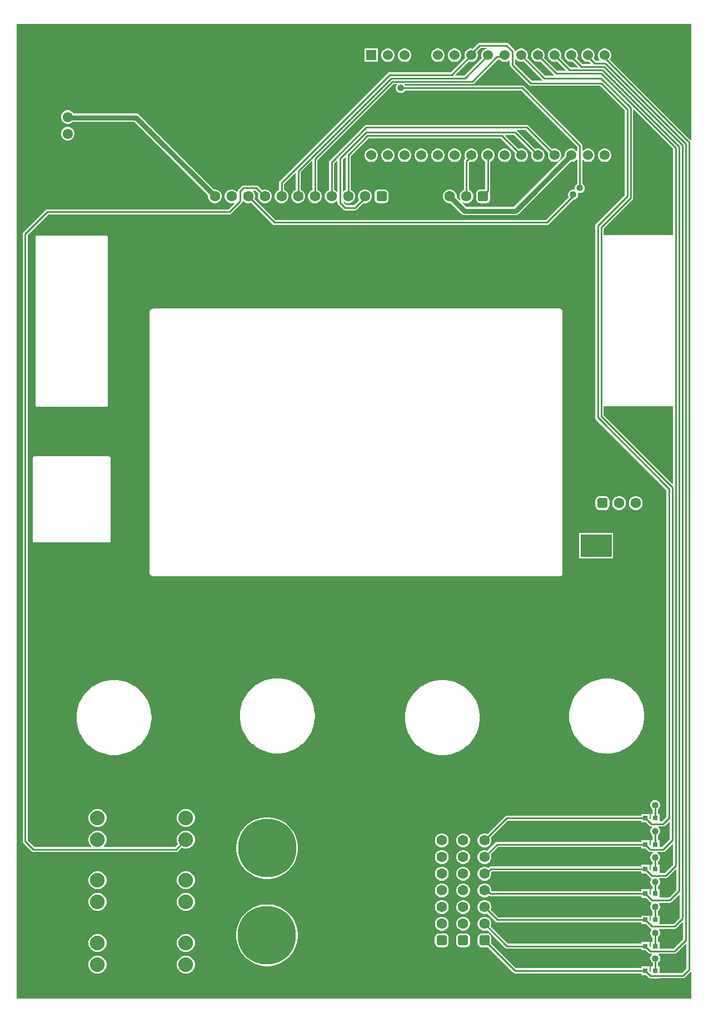
<source format=gbr>
G04*
G04 #@! TF.GenerationSoftware,Altium Limited,Altium Designer,24.1.2 (44)*
G04*
G04 Layer_Physical_Order=1*
G04 Layer_Color=255*
%FSLAX25Y25*%
%MOIN*%
G70*
G04*
G04 #@! TF.SameCoordinates,A85318EA-E4D8-42E9-B0A6-CF3BD3DAF5E5*
G04*
G04*
G04 #@! TF.FilePolarity,Positive*
G04*
G01*
G75*
%ADD12C,0.01000*%
%ADD17R,0.18504X0.13504*%
%ADD18R,0.03150X0.03150*%
%ADD24C,0.08800*%
%ADD27R,0.06102X0.06102*%
%ADD28C,0.06102*%
%ADD31C,0.03000*%
%ADD32C,0.06299*%
G04:AMPARAMS|DCode=33|XSize=62.99mil|YSize=62.99mil|CornerRadius=15.75mil|HoleSize=0mil|Usage=FLASHONLY|Rotation=0.000|XOffset=0mil|YOffset=0mil|HoleType=Round|Shape=RoundedRectangle|*
%AMROUNDEDRECTD33*
21,1,0.06299,0.03150,0,0,0.0*
21,1,0.03150,0.06299,0,0,0.0*
1,1,0.03150,0.01575,-0.01575*
1,1,0.03150,-0.01575,-0.01575*
1,1,0.03150,-0.01575,0.01575*
1,1,0.03150,0.01575,0.01575*
%
%ADD33ROUNDEDRECTD33*%
%ADD34C,0.06000*%
%ADD35R,0.06000X0.06000*%
%ADD36C,0.35000*%
G04:AMPARAMS|DCode=37|XSize=62.99mil|YSize=62.99mil|CornerRadius=15.75mil|HoleSize=0mil|Usage=FLASHONLY|Rotation=90.000|XOffset=0mil|YOffset=0mil|HoleType=Round|Shape=RoundedRectangle|*
%AMROUNDEDRECTD37*
21,1,0.06299,0.03150,0,0,90.0*
21,1,0.03150,0.06299,0,0,90.0*
1,1,0.03150,0.01575,0.01575*
1,1,0.03150,0.01575,-0.01575*
1,1,0.03150,-0.01575,-0.01575*
1,1,0.03150,-0.01575,0.01575*
%
%ADD37ROUNDEDRECTD37*%
%ADD38C,0.05000*%
%ADD39C,0.04000*%
G36*
X982465Y903482D02*
X981763Y903294D01*
X980851Y902768D01*
X980106Y902023D01*
X979580Y901111D01*
X979307Y900093D01*
Y899040D01*
X979580Y898023D01*
X979587Y898010D01*
X968965Y887388D01*
X963944D01*
X963753Y887850D01*
X971750Y895847D01*
X971763Y895840D01*
X972781Y895567D01*
X973834D01*
X974851Y895840D01*
X975763Y896366D01*
X976508Y897111D01*
X977034Y898023D01*
X977307Y899040D01*
Y900093D01*
X977034Y901111D01*
X976696Y901698D01*
X978980Y903982D01*
X982399D01*
X982465Y903482D01*
D02*
G37*
G36*
X1000106Y897111D02*
X1000851Y896366D01*
X1001763Y895840D01*
X1002781Y895567D01*
X1003834D01*
X1004851Y895840D01*
X1004864Y895847D01*
X1015865Y884847D01*
X1015751Y884448D01*
X1015677Y884347D01*
X1009549D01*
X999561Y894334D01*
Y897056D01*
X1000061Y897190D01*
X1000106Y897111D01*
D02*
G37*
G36*
X1105315Y848829D02*
X1104815Y848622D01*
X1056417Y897020D01*
X1056508Y897111D01*
X1057034Y898023D01*
X1057307Y899040D01*
Y900093D01*
X1057034Y901111D01*
X1056508Y902023D01*
X1055763Y902768D01*
X1054851Y903294D01*
X1053834Y903567D01*
X1052781D01*
X1051763Y903294D01*
X1050851Y902768D01*
X1050106Y902023D01*
X1049580Y901111D01*
X1049307Y900093D01*
Y899040D01*
X1049580Y898023D01*
X1050106Y897111D01*
X1050503Y896714D01*
X1050296Y896214D01*
X1047878D01*
X1046681Y897411D01*
X1047034Y898023D01*
X1047307Y899040D01*
Y900093D01*
X1047034Y901111D01*
X1046508Y902023D01*
X1045763Y902768D01*
X1044851Y903294D01*
X1043834Y903567D01*
X1042780D01*
X1041763Y903294D01*
X1040851Y902768D01*
X1040106Y902023D01*
X1039580Y901111D01*
X1039307Y900093D01*
Y899040D01*
X1039580Y898023D01*
X1040106Y897111D01*
X1040851Y896366D01*
X1041763Y895840D01*
X1042780Y895567D01*
X1043834D01*
X1044122Y895644D01*
X1045090Y894676D01*
X1044899Y894214D01*
X1040035D01*
X1036739Y897511D01*
X1037035Y898023D01*
X1037307Y899040D01*
Y900093D01*
X1037035Y901111D01*
X1036508Y902023D01*
X1035763Y902768D01*
X1034851Y903294D01*
X1033834Y903567D01*
X1032780D01*
X1031763Y903294D01*
X1030851Y902768D01*
X1030106Y902023D01*
X1029580Y901111D01*
X1029307Y900093D01*
Y899040D01*
X1029580Y898023D01*
X1030106Y897111D01*
X1030851Y896366D01*
X1031763Y895840D01*
X1032780Y895567D01*
X1033834D01*
X1034246Y895677D01*
X1037247Y892676D01*
X1037056Y892214D01*
X1032823D01*
X1027027Y898010D01*
X1027034Y898023D01*
X1027307Y899040D01*
Y900093D01*
X1027034Y901111D01*
X1026508Y902023D01*
X1025763Y902768D01*
X1024851Y903294D01*
X1023834Y903567D01*
X1022781D01*
X1021763Y903294D01*
X1020851Y902768D01*
X1020106Y902023D01*
X1019580Y901111D01*
X1019307Y900093D01*
Y899040D01*
X1019580Y898023D01*
X1020106Y897111D01*
X1020851Y896366D01*
X1021763Y895840D01*
X1022781Y895567D01*
X1023834D01*
X1024851Y895840D01*
X1024864Y895847D01*
X1030035Y890676D01*
X1029843Y890214D01*
X1024823D01*
X1017027Y898010D01*
X1017035Y898023D01*
X1017307Y899040D01*
Y900093D01*
X1017035Y901111D01*
X1016508Y902023D01*
X1015763Y902768D01*
X1014851Y903294D01*
X1013834Y903567D01*
X1012780D01*
X1011763Y903294D01*
X1010851Y902768D01*
X1010106Y902023D01*
X1009580Y901111D01*
X1009307Y900093D01*
Y899040D01*
X1009580Y898023D01*
X1010106Y897111D01*
X1010851Y896366D01*
X1011763Y895840D01*
X1012780Y895567D01*
X1013834D01*
X1014851Y895840D01*
X1014864Y895847D01*
X1022855Y887856D01*
X1022648Y887356D01*
X1017681D01*
X1007027Y898010D01*
X1007034Y898023D01*
X1007307Y899040D01*
Y900093D01*
X1007034Y901111D01*
X1006508Y902023D01*
X1005763Y902768D01*
X1004851Y903294D01*
X1003834Y903567D01*
X1002781D01*
X1001763Y903294D01*
X1000851Y902768D01*
X1000106Y902023D01*
X1000061Y901944D01*
X999753Y901962D01*
X999545Y902051D01*
X999444Y902559D01*
X999113Y903055D01*
X995574Y906593D01*
X995078Y906925D01*
X994493Y907041D01*
X978347D01*
X977761Y906925D01*
X977265Y906593D01*
X974153Y903481D01*
X973834Y903567D01*
X972781D01*
X971763Y903294D01*
X970851Y902768D01*
X970106Y902023D01*
X969580Y901111D01*
X969307Y900093D01*
Y899040D01*
X969580Y898023D01*
X969587Y898010D01*
X960965Y889388D01*
X924400D01*
X923815Y889271D01*
X923318Y888940D01*
X858486Y824107D01*
X858154Y823610D01*
X858037Y823025D01*
Y818847D01*
X857965Y818827D01*
X857019Y818281D01*
X856246Y817509D01*
X855700Y816562D01*
X855417Y815507D01*
Y814414D01*
X855700Y813359D01*
X856246Y812413D01*
X857019Y811640D01*
X857965Y811094D01*
X859021Y810811D01*
X860113D01*
X861169Y811094D01*
X862115Y811640D01*
X862887Y812413D01*
X863434Y813359D01*
X863717Y814414D01*
Y815507D01*
X863434Y816562D01*
X862887Y817509D01*
X862115Y818281D01*
X861169Y818827D01*
X861096Y818847D01*
Y822392D01*
X867576Y828871D01*
X868038Y828680D01*
Y818847D01*
X867965Y818827D01*
X867019Y818281D01*
X866246Y817509D01*
X865700Y816562D01*
X865417Y815507D01*
Y814414D01*
X865700Y813359D01*
X866246Y812413D01*
X867019Y811640D01*
X867965Y811094D01*
X869021Y810811D01*
X870113D01*
X871169Y811094D01*
X872115Y811640D01*
X872887Y812413D01*
X873434Y813359D01*
X873717Y814414D01*
Y815507D01*
X873434Y816562D01*
X872887Y817509D01*
X872115Y818281D01*
X871169Y818827D01*
X871096Y818847D01*
Y829563D01*
X877576Y836043D01*
X878037Y835851D01*
Y818847D01*
X877965Y818827D01*
X877019Y818281D01*
X876246Y817509D01*
X875700Y816562D01*
X875417Y815507D01*
Y814414D01*
X875700Y813359D01*
X876246Y812413D01*
X877019Y811640D01*
X877965Y811094D01*
X879021Y810811D01*
X880113D01*
X881169Y811094D01*
X882115Y811640D01*
X882887Y812413D01*
X883434Y813359D01*
X883716Y814414D01*
Y815507D01*
X883434Y816562D01*
X882887Y817509D01*
X882115Y818281D01*
X881169Y818827D01*
X881096Y818847D01*
Y836735D01*
X926690Y882329D01*
X928560D01*
X928767Y881829D01*
X928702Y881763D01*
X928307Y881079D01*
X928102Y880316D01*
Y879526D01*
X928307Y878763D01*
X928702Y878079D01*
X929260Y877521D01*
X929944Y877126D01*
X930707Y876921D01*
X931497D01*
X932260Y877126D01*
X932944Y877521D01*
X933503Y878079D01*
X933683Y878392D01*
X1003304D01*
X1036856Y844839D01*
Y842382D01*
X1036356Y842175D01*
X1035763Y842768D01*
X1034851Y843294D01*
X1033834Y843567D01*
X1032780D01*
X1031763Y843294D01*
X1030851Y842768D01*
X1030106Y842023D01*
X1029580Y841111D01*
X1029307Y840094D01*
Y839172D01*
X998787Y808651D01*
X970347D01*
X968005Y810994D01*
X968312Y811394D01*
X968831Y811094D01*
X969887Y810811D01*
X970979D01*
X972035Y811094D01*
X972981Y811640D01*
X973754Y812413D01*
X974300Y813359D01*
X974583Y814414D01*
Y815507D01*
X974300Y816562D01*
X973754Y817509D01*
X972981Y818281D01*
X972035Y818827D01*
X971963Y818847D01*
Y835339D01*
X972365Y835678D01*
X972781Y835567D01*
X973834D01*
X974851Y835839D01*
X975763Y836366D01*
X976508Y837111D01*
X977034Y838023D01*
X977307Y839040D01*
Y840094D01*
X977034Y841111D01*
X976508Y842023D01*
X975763Y842768D01*
X974851Y843294D01*
X973834Y843567D01*
X972781D01*
X971763Y843294D01*
X970851Y842768D01*
X970106Y842023D01*
X969580Y841111D01*
X969307Y840094D01*
Y839040D01*
X969580Y838023D01*
X969813Y837619D01*
X969352Y837158D01*
X969020Y836662D01*
X968904Y836077D01*
Y818847D01*
X968831Y818827D01*
X967885Y818281D01*
X967113Y817509D01*
X966566Y816562D01*
X966284Y815507D01*
Y814414D01*
X966566Y813359D01*
X966866Y812839D01*
X966466Y812532D01*
X964583Y814416D01*
Y815507D01*
X964300Y816562D01*
X963754Y817509D01*
X962981Y818281D01*
X962035Y818827D01*
X960979Y819110D01*
X959887D01*
X958831Y818827D01*
X957885Y818281D01*
X957113Y817509D01*
X956566Y816562D01*
X956283Y815507D01*
Y814414D01*
X956566Y813359D01*
X957113Y812413D01*
X957885Y811640D01*
X958831Y811094D01*
X959887Y810811D01*
X960978D01*
X967489Y804300D01*
X968316Y803747D01*
X969291Y803553D01*
X999842D01*
X1000818Y803747D01*
X1001645Y804300D01*
X1032912Y835567D01*
X1033834D01*
X1034851Y835839D01*
X1035763Y836366D01*
X1036356Y836959D01*
X1036856Y836752D01*
Y822463D01*
X1036544Y822283D01*
X1035985Y821724D01*
X1035590Y821040D01*
X1035386Y820277D01*
Y819487D01*
X1035455Y819229D01*
X1035101Y818876D01*
X1034844Y818945D01*
X1034054D01*
X1033291Y818740D01*
X1032607Y818346D01*
X1032048Y817787D01*
X1031653Y817103D01*
X1031449Y816340D01*
Y815550D01*
X1031653Y814787D01*
X1031821Y814496D01*
X1018067Y800742D01*
X855949D01*
X843396Y813294D01*
X843434Y813359D01*
X843717Y814414D01*
Y815507D01*
X843434Y816562D01*
X842887Y817509D01*
X842544Y817852D01*
X842751Y818353D01*
X843855D01*
X845689Y816519D01*
X845417Y815507D01*
Y814414D01*
X845700Y813359D01*
X846246Y812413D01*
X847019Y811640D01*
X847965Y811094D01*
X849021Y810811D01*
X850113D01*
X851169Y811094D01*
X852115Y811640D01*
X852887Y812413D01*
X853434Y813359D01*
X853716Y814414D01*
Y815507D01*
X853434Y816562D01*
X852887Y817509D01*
X852115Y818281D01*
X851169Y818827D01*
X850113Y819110D01*
X849021D01*
X847965Y818827D01*
X847801Y818732D01*
X845570Y820963D01*
X845074Y821295D01*
X844488Y821411D01*
X836614D01*
X836029Y821295D01*
X835533Y820963D01*
X833564Y818995D01*
X833233Y818499D01*
X833129Y817975D01*
X832952Y817870D01*
X832616Y817780D01*
X832115Y818281D01*
X831169Y818827D01*
X830113Y819110D01*
X829021D01*
X827965Y818827D01*
X827019Y818281D01*
X826246Y817509D01*
X825700Y816562D01*
X825417Y815507D01*
Y814414D01*
X825700Y813359D01*
X826246Y812413D01*
X827019Y811640D01*
X827965Y811094D01*
X829021Y810811D01*
X830113D01*
X830749Y810981D01*
X831008Y810533D01*
X827603Y807128D01*
X718985D01*
X718399Y807012D01*
X717903Y806680D01*
X704627Y793404D01*
X704296Y792908D01*
X704179Y792323D01*
Y428150D01*
X704296Y427564D01*
X704627Y427068D01*
X709599Y422097D01*
X710095Y421765D01*
X710680Y421649D01*
X796265D01*
X796851Y421765D01*
X797347Y422097D01*
X799583Y424333D01*
X800081Y424046D01*
X801454Y423678D01*
X802876D01*
X804250Y424046D01*
X805481Y424757D01*
X806486Y425762D01*
X807197Y426994D01*
X807565Y428367D01*
Y429789D01*
X807197Y431162D01*
X806486Y432394D01*
X805481Y433399D01*
X804250Y434110D01*
X802876Y434478D01*
X801454D01*
X800081Y434110D01*
X798850Y433399D01*
X797844Y432394D01*
X797133Y431162D01*
X796765Y429789D01*
Y428367D01*
X797133Y426994D01*
X797421Y426496D01*
X795632Y424708D01*
X753139D01*
X752931Y425208D01*
X753486Y425762D01*
X754197Y426994D01*
X754565Y428367D01*
Y429789D01*
X754197Y431162D01*
X753486Y432394D01*
X752481Y433399D01*
X751250Y434110D01*
X749876Y434478D01*
X748454D01*
X747081Y434110D01*
X745850Y433399D01*
X744844Y432394D01*
X744133Y431162D01*
X743765Y429789D01*
Y428367D01*
X744133Y426994D01*
X744844Y425762D01*
X745399Y425208D01*
X745192Y424708D01*
X711314D01*
X707238Y428783D01*
Y791689D01*
X719618Y804069D01*
X828236D01*
X828822Y804186D01*
X829318Y804517D01*
X835727Y810926D01*
X836059Y811423D01*
X836137Y811815D01*
X836592Y811994D01*
X836668Y811991D01*
X837019Y811640D01*
X837965Y811094D01*
X839021Y810811D01*
X840113D01*
X841169Y811094D01*
X841233Y811131D01*
X854233Y798131D01*
X854730Y797800D01*
X855315Y797683D01*
X1018701D01*
X1019286Y797800D01*
X1019782Y798131D01*
X1034596Y812945D01*
X1034844D01*
X1035607Y813149D01*
X1036291Y813544D01*
X1036849Y814103D01*
X1037244Y814787D01*
X1037449Y815550D01*
Y816340D01*
X1037380Y816597D01*
X1037733Y816951D01*
X1037991Y816882D01*
X1038781D01*
X1039544Y817086D01*
X1040228Y817481D01*
X1040786Y818040D01*
X1041181Y818724D01*
X1041386Y819487D01*
Y820277D01*
X1041181Y821040D01*
X1040786Y821724D01*
X1040228Y822283D01*
X1039915Y822463D01*
Y836595D01*
X1040415Y836802D01*
X1040851Y836366D01*
X1041763Y835839D01*
X1042780Y835567D01*
X1043834D01*
X1044851Y835839D01*
X1045763Y836366D01*
X1046508Y837111D01*
X1047034Y838023D01*
X1047307Y839040D01*
Y840094D01*
X1047034Y841111D01*
X1046508Y842023D01*
X1045763Y842768D01*
X1044851Y843294D01*
X1043834Y843567D01*
X1042780D01*
X1041763Y843294D01*
X1040851Y842768D01*
X1040415Y842332D01*
X1039915Y842539D01*
Y845472D01*
X1039799Y846058D01*
X1039467Y846554D01*
X1005018Y881003D01*
X1004522Y881334D01*
X1003937Y881451D01*
X933712D01*
X933447Y881853D01*
X933644Y882329D01*
X973962D01*
X974548Y882445D01*
X975044Y882777D01*
X989441Y897174D01*
X990070D01*
X990106Y897111D01*
X990851Y896366D01*
X991763Y895840D01*
X992780Y895567D01*
X993834D01*
X994851Y895840D01*
X995763Y896366D01*
X996040Y896643D01*
X996502Y896452D01*
Y893701D01*
X996618Y893116D01*
X996950Y892619D01*
X1007834Y881736D01*
X1008330Y881404D01*
X1008915Y881288D01*
X1050603D01*
X1065368Y866522D01*
Y815563D01*
X1048131Y798325D01*
X1047800Y797829D01*
X1047683Y797244D01*
Y682211D01*
X1047800Y681626D01*
X1048131Y681130D01*
X1090459Y638802D01*
Y442563D01*
X1087832Y439936D01*
X1086236D01*
Y444504D01*
X1085191D01*
Y447222D01*
X1085503Y447403D01*
X1086062Y447961D01*
X1086457Y448645D01*
X1086661Y449408D01*
Y450198D01*
X1086457Y450961D01*
X1086062Y451645D01*
X1085503Y452204D01*
X1084819Y452599D01*
X1084056Y452803D01*
X1083267D01*
X1082504Y452599D01*
X1081819Y452204D01*
X1081261Y451645D01*
X1080866Y450961D01*
X1080661Y450198D01*
Y449408D01*
X1080866Y448645D01*
X1081261Y447961D01*
X1081819Y447403D01*
X1082132Y447222D01*
Y444504D01*
X1081087D01*
Y441569D01*
X1080610Y441359D01*
X1080331Y441583D01*
Y444504D01*
X1075181D01*
Y443459D01*
X1009370D01*
X1009370Y443459D01*
X994606D01*
X994021Y443342D01*
X993525Y443011D01*
X982966Y432451D01*
X982901Y432489D01*
X981845Y432772D01*
X980753D01*
X979698Y432489D01*
X978751Y431943D01*
X977979Y431170D01*
X977432Y430224D01*
X977150Y429168D01*
Y428076D01*
X977432Y427020D01*
X977979Y426074D01*
X978751Y425302D01*
X979698Y424755D01*
X980753Y424472D01*
X981845D01*
X982901Y424755D01*
X983847Y425302D01*
X984620Y426074D01*
X985166Y427020D01*
X985449Y428076D01*
Y429168D01*
X985166Y430224D01*
X985129Y430289D01*
X995240Y440400D01*
X1009370D01*
X1009370Y440400D01*
X1075181D01*
Y439354D01*
X1078168D01*
X1080197Y437325D01*
X1080693Y436993D01*
X1081279Y436877D01*
X1081560D01*
X1081668Y436701D01*
X1081741Y436377D01*
X1081261Y435897D01*
X1080866Y435213D01*
X1080661Y434450D01*
Y433660D01*
X1080866Y432897D01*
X1081261Y432213D01*
X1081819Y431655D01*
X1082132Y431474D01*
Y428756D01*
X1081087D01*
Y425821D01*
X1080610Y425611D01*
X1080331Y425835D01*
Y428756D01*
X1075181D01*
Y427710D01*
X988858D01*
X988273Y427594D01*
X987777Y427263D01*
X982966Y422451D01*
X982901Y422489D01*
X981845Y422772D01*
X980753D01*
X979698Y422489D01*
X978751Y421943D01*
X977979Y421170D01*
X977432Y420224D01*
X977150Y419168D01*
Y418076D01*
X977432Y417020D01*
X977979Y416074D01*
X978751Y415302D01*
X979698Y414755D01*
X980753Y414472D01*
X981845D01*
X982901Y414755D01*
X983847Y415302D01*
X984620Y416074D01*
X985166Y417020D01*
X985449Y418076D01*
Y419168D01*
X985166Y420224D01*
X985129Y420289D01*
X989492Y424652D01*
X1075181D01*
Y423606D01*
X1078168D01*
X1079749Y422025D01*
X1080245Y421693D01*
X1080831Y421577D01*
X1082195D01*
X1082233Y421513D01*
X1082061Y420847D01*
X1081819Y420708D01*
X1081261Y420149D01*
X1080866Y419465D01*
X1080661Y418702D01*
Y417912D01*
X1080866Y417149D01*
X1081261Y416465D01*
X1081819Y415906D01*
X1082132Y415726D01*
Y413992D01*
X1081087D01*
Y411057D01*
X1080610Y410847D01*
X1080331Y411071D01*
Y413992D01*
X1075181D01*
Y412947D01*
X985079D01*
X984494Y412830D01*
X983998Y412499D01*
X983590Y412091D01*
X982901Y412489D01*
X981845Y412772D01*
X980753D01*
X979698Y412489D01*
X978751Y411943D01*
X977979Y411170D01*
X977432Y410224D01*
X977150Y409168D01*
Y408076D01*
X977432Y407020D01*
X977979Y406074D01*
X978751Y405302D01*
X979698Y404755D01*
X980753Y404472D01*
X981845D01*
X982901Y404755D01*
X983847Y405302D01*
X984620Y406074D01*
X985166Y407020D01*
X985449Y408076D01*
Y409168D01*
X985353Y409527D01*
X985713Y409888D01*
X1075181D01*
Y408843D01*
X1078168D01*
X1080612Y406399D01*
X1081108Y406067D01*
X1081214Y406046D01*
X1081379Y405504D01*
X1081261Y405385D01*
X1080866Y404701D01*
X1080661Y403938D01*
Y403148D01*
X1080866Y402385D01*
X1081261Y401701D01*
X1081819Y401143D01*
X1082132Y400962D01*
Y399228D01*
X1081087D01*
Y396293D01*
X1080610Y396083D01*
X1080331Y396307D01*
Y399228D01*
X1075181D01*
Y398183D01*
X985449D01*
Y399168D01*
X985166Y400224D01*
X984620Y401170D01*
X983847Y401942D01*
X982901Y402489D01*
X981845Y402772D01*
X980753D01*
X979698Y402489D01*
X978751Y401942D01*
X977979Y401170D01*
X977432Y400224D01*
X977150Y399168D01*
Y398076D01*
X977432Y397020D01*
X977979Y396074D01*
X978751Y395302D01*
X979698Y394755D01*
X980753Y394472D01*
X981845D01*
X982901Y394755D01*
X983847Y395302D01*
X983852Y395306D01*
X983949Y395241D01*
X984535Y395124D01*
X1075181D01*
Y394079D01*
X1078168D01*
X1080612Y391635D01*
X1081108Y391304D01*
X1081215Y391282D01*
X1081379Y390740D01*
X1081261Y390622D01*
X1080866Y389937D01*
X1080661Y389175D01*
Y388385D01*
X1080866Y387622D01*
X1081261Y386937D01*
X1081819Y386379D01*
X1082132Y386198D01*
Y383480D01*
X1081087D01*
Y380545D01*
X1080610Y380335D01*
X1080331Y380559D01*
Y383480D01*
X1075181D01*
Y382435D01*
X989649D01*
X985129Y386955D01*
X985166Y387020D01*
X985449Y388076D01*
Y389168D01*
X985166Y390224D01*
X984620Y391170D01*
X983847Y391943D01*
X982901Y392489D01*
X981845Y392772D01*
X980753D01*
X979698Y392489D01*
X978751Y391943D01*
X977979Y391170D01*
X977432Y390224D01*
X977150Y389168D01*
Y388076D01*
X977432Y387020D01*
X977979Y386074D01*
X978751Y385301D01*
X979698Y384755D01*
X980753Y384472D01*
X981845D01*
X982901Y384755D01*
X982966Y384793D01*
X987934Y379824D01*
X988430Y379492D01*
X989016Y379376D01*
X1075181D01*
Y378331D01*
X1078168D01*
X1080612Y375887D01*
X1081108Y375555D01*
X1081214Y375534D01*
X1081379Y374992D01*
X1081261Y374873D01*
X1080866Y374189D01*
X1080661Y373427D01*
Y372637D01*
X1080866Y371873D01*
X1081261Y371189D01*
X1081819Y370631D01*
X1082132Y370450D01*
Y367732D01*
X1081087D01*
Y364797D01*
X1080610Y364587D01*
X1080331Y364811D01*
Y367732D01*
X1075181D01*
Y366687D01*
X995397D01*
X985129Y376956D01*
X985166Y377020D01*
X985449Y378076D01*
Y379168D01*
X985166Y380224D01*
X984620Y381170D01*
X983847Y381943D01*
X982901Y382489D01*
X981845Y382772D01*
X980753D01*
X979698Y382489D01*
X978751Y381943D01*
X977979Y381170D01*
X977432Y380224D01*
X977150Y379168D01*
Y378076D01*
X977432Y377020D01*
X977979Y376074D01*
X978751Y375302D01*
X979698Y374755D01*
X980753Y374472D01*
X981845D01*
X982901Y374755D01*
X982966Y374793D01*
X993682Y364076D01*
X994178Y363744D01*
X994764Y363628D01*
X1075181D01*
Y362583D01*
X1078168D01*
X1079749Y361001D01*
X1080245Y360670D01*
X1080831Y360553D01*
X1081541D01*
X1081748Y360053D01*
X1081343Y359648D01*
X1080948Y358964D01*
X1080744Y358201D01*
Y357411D01*
X1080948Y356648D01*
X1081343Y355964D01*
X1081902Y355405D01*
X1082214Y355225D01*
Y352969D01*
X1081087D01*
Y350034D01*
X1080610Y349823D01*
X1080331Y350047D01*
Y352969D01*
X1075181D01*
Y351923D01*
X1000161D01*
X985421Y366664D01*
X985471Y367047D01*
Y370197D01*
X985382Y370869D01*
X985123Y371495D01*
X984710Y372033D01*
X984173Y372446D01*
X983546Y372705D01*
X982874Y372794D01*
X979724D01*
X979052Y372705D01*
X978426Y372446D01*
X977888Y372033D01*
X977475Y371495D01*
X977216Y370869D01*
X977127Y370197D01*
Y367047D01*
X977216Y366375D01*
X977475Y365749D01*
X977888Y365211D01*
X978426Y364798D01*
X979052Y364539D01*
X979724Y364450D01*
X982874D01*
X983258Y364501D01*
X998446Y349312D01*
X998942Y348981D01*
X999527Y348864D01*
X1075181D01*
Y347819D01*
X1078168D01*
X1079627Y346359D01*
X1080123Y346028D01*
X1080709Y345912D01*
X1080872D01*
X1080880Y345906D01*
X1081465Y345790D01*
X1085858D01*
X1086443Y345906D01*
X1086451Y345912D01*
X1100394D01*
X1100979Y346028D01*
X1101475Y346359D01*
X1104815Y349699D01*
X1105315Y349492D01*
Y333661D01*
X700787D01*
Y918307D01*
X1105315D01*
Y848829D01*
D02*
G37*
G36*
X1094459Y843339D02*
Y791768D01*
X1053150D01*
X1052742Y792196D01*
Y795658D01*
X1069979Y812895D01*
X1070311Y813391D01*
X1070427Y813976D01*
Y866717D01*
X1070889Y866909D01*
X1094459Y843339D01*
D02*
G37*
G36*
Y642609D02*
X1093997Y642418D01*
X1052742Y683673D01*
Y688512D01*
X1053150Y688941D01*
X1094459D01*
Y642609D01*
D02*
G37*
G36*
X1092459Y439584D02*
Y429267D01*
X1087827Y424636D01*
X1086236D01*
Y428756D01*
X1085191D01*
Y431474D01*
X1085503Y431655D01*
X1086062Y432213D01*
X1086457Y432897D01*
X1086661Y433660D01*
Y434450D01*
X1086457Y435213D01*
X1086062Y435897D01*
X1085582Y436377D01*
X1085655Y436701D01*
X1085763Y436877D01*
X1088465D01*
X1089051Y436993D01*
X1089547Y437325D01*
X1091997Y439775D01*
X1092459Y439584D01*
D02*
G37*
G36*
X1094459Y426288D02*
Y414051D01*
X1089418Y409010D01*
X1086236D01*
Y413992D01*
X1085191D01*
Y415726D01*
X1085503Y415906D01*
X1086062Y416465D01*
X1086457Y417149D01*
X1086661Y417912D01*
Y418702D01*
X1086457Y419465D01*
X1086062Y420149D01*
X1085503Y420708D01*
X1085262Y420847D01*
X1085090Y421513D01*
X1085128Y421577D01*
X1088461D01*
X1089046Y421693D01*
X1089542Y422025D01*
X1093997Y426480D01*
X1094459Y426288D01*
D02*
G37*
G36*
X1096459Y411072D02*
Y398850D01*
X1091855Y394246D01*
X1086236D01*
Y399228D01*
X1085191D01*
Y400962D01*
X1085503Y401143D01*
X1086062Y401701D01*
X1086457Y402385D01*
X1086661Y403148D01*
Y403938D01*
X1086457Y404701D01*
X1086062Y405385D01*
X1085997Y405451D01*
X1086204Y405951D01*
X1090051D01*
X1090636Y406067D01*
X1091133Y406399D01*
X1095997Y411263D01*
X1096459Y411072D01*
D02*
G37*
G36*
X1098459Y395871D02*
Y382181D01*
X1094776Y378498D01*
X1086236D01*
Y383480D01*
X1085191D01*
Y386198D01*
X1085503Y386379D01*
X1086062Y386937D01*
X1086457Y387622D01*
X1086661Y388385D01*
Y389175D01*
X1086457Y389937D01*
X1086062Y390622D01*
X1085997Y390687D01*
X1086204Y391187D01*
X1092488D01*
X1093073Y391304D01*
X1093570Y391635D01*
X1097997Y396062D01*
X1098459Y395871D01*
D02*
G37*
G36*
X1100459Y379202D02*
Y369354D01*
X1094717Y363612D01*
X1086236D01*
Y367732D01*
X1085191D01*
Y370450D01*
X1085503Y370631D01*
X1086062Y371189D01*
X1086457Y371873D01*
X1086661Y372637D01*
Y373427D01*
X1086457Y374189D01*
X1086062Y374873D01*
X1085997Y374939D01*
X1086204Y375439D01*
X1095409D01*
X1095995Y375555D01*
X1096491Y375887D01*
X1099997Y379393D01*
X1100459Y379202D01*
D02*
G37*
G36*
X1102459Y366375D02*
Y351669D01*
X1099760Y348970D01*
X1086236D01*
Y352969D01*
X1085273D01*
Y355225D01*
X1085586Y355405D01*
X1086144Y355964D01*
X1086539Y356648D01*
X1086744Y357411D01*
Y358201D01*
X1086539Y358964D01*
X1086144Y359648D01*
X1085739Y360053D01*
X1085946Y360553D01*
X1095350D01*
X1095936Y360670D01*
X1096432Y361001D01*
X1101997Y366566D01*
X1102459Y366375D01*
D02*
G37*
%LPC*%
G36*
X963834Y903567D02*
X962780D01*
X961763Y903294D01*
X960851Y902768D01*
X960106Y902023D01*
X959580Y901111D01*
X959307Y900093D01*
Y899040D01*
X959580Y898023D01*
X960106Y897111D01*
X960851Y896366D01*
X961763Y895840D01*
X962780Y895567D01*
X963834D01*
X964851Y895840D01*
X965763Y896366D01*
X966508Y897111D01*
X967035Y898023D01*
X967307Y899040D01*
Y900093D01*
X967035Y901111D01*
X966508Y902023D01*
X965763Y902768D01*
X964851Y903294D01*
X963834Y903567D01*
D02*
G37*
G36*
X953834D02*
X952781D01*
X951763Y903294D01*
X950851Y902768D01*
X950106Y902023D01*
X949580Y901111D01*
X949307Y900093D01*
Y899040D01*
X949580Y898023D01*
X950106Y897111D01*
X950851Y896366D01*
X951763Y895840D01*
X952781Y895567D01*
X953834D01*
X954851Y895840D01*
X955763Y896366D01*
X956508Y897111D01*
X957034Y898023D01*
X957307Y899040D01*
Y900093D01*
X957034Y901111D01*
X956508Y902023D01*
X955763Y902768D01*
X954851Y903294D01*
X953834Y903567D01*
D02*
G37*
G36*
X933834D02*
X932780D01*
X931763Y903294D01*
X930851Y902768D01*
X930106Y902023D01*
X929580Y901111D01*
X929307Y900093D01*
Y899040D01*
X929580Y898023D01*
X930106Y897111D01*
X930851Y896366D01*
X931763Y895840D01*
X932780Y895567D01*
X933834D01*
X934851Y895840D01*
X935763Y896366D01*
X936508Y897111D01*
X937035Y898023D01*
X937307Y899040D01*
Y900093D01*
X937035Y901111D01*
X936508Y902023D01*
X935763Y902768D01*
X934851Y903294D01*
X933834Y903567D01*
D02*
G37*
G36*
X923834D02*
X922781D01*
X921763Y903294D01*
X920851Y902768D01*
X920106Y902023D01*
X919580Y901111D01*
X919307Y900093D01*
Y899040D01*
X919580Y898023D01*
X920106Y897111D01*
X920851Y896366D01*
X921763Y895840D01*
X922781Y895567D01*
X923834D01*
X924851Y895840D01*
X925763Y896366D01*
X926508Y897111D01*
X927034Y898023D01*
X927307Y899040D01*
Y900093D01*
X927034Y901111D01*
X926508Y902023D01*
X925763Y902768D01*
X924851Y903294D01*
X923834Y903567D01*
D02*
G37*
G36*
X917307D02*
X909307D01*
Y895567D01*
X917307D01*
Y903567D01*
D02*
G37*
G36*
X731833Y856571D02*
X730766D01*
X729736Y856295D01*
X728812Y855761D01*
X728057Y855007D01*
X727524Y854083D01*
X727248Y853053D01*
Y851986D01*
X727524Y850956D01*
X728057Y850032D01*
X728812Y849278D01*
X729736Y848745D01*
X730766Y848468D01*
X731833D01*
X732863Y848745D01*
X733787Y849278D01*
X734541Y850032D01*
X735074Y850956D01*
X735350Y851986D01*
Y853053D01*
X735074Y854083D01*
X734541Y855007D01*
X733787Y855761D01*
X732863Y856295D01*
X731833Y856571D01*
D02*
G37*
G36*
X1053834Y843567D02*
X1052781D01*
X1051763Y843294D01*
X1050851Y842768D01*
X1050106Y842023D01*
X1049580Y841111D01*
X1049307Y840094D01*
Y839040D01*
X1049580Y838023D01*
X1050106Y837111D01*
X1050851Y836366D01*
X1051763Y835839D01*
X1052781Y835567D01*
X1053834D01*
X1054851Y835839D01*
X1055763Y836366D01*
X1056508Y837111D01*
X1057034Y838023D01*
X1057307Y839040D01*
Y840094D01*
X1057034Y841111D01*
X1056508Y842023D01*
X1055763Y842768D01*
X1054851Y843294D01*
X1053834Y843567D01*
D02*
G37*
G36*
X1006575Y857829D02*
X910433D01*
X909848Y857712D01*
X909352Y857381D01*
X888486Y836514D01*
X888154Y836018D01*
X888037Y835433D01*
Y818847D01*
X887965Y818827D01*
X887019Y818281D01*
X886246Y817509D01*
X885700Y816562D01*
X885417Y815507D01*
Y814414D01*
X885700Y813359D01*
X886246Y812413D01*
X887019Y811640D01*
X887965Y811094D01*
X889021Y810811D01*
X890113D01*
X891169Y811094D01*
X892115Y811640D01*
X892656Y812181D01*
X893156Y811974D01*
Y811024D01*
X893272Y810438D01*
X893604Y809942D01*
X896556Y806989D01*
X897052Y806658D01*
X897638Y806542D01*
X903543D01*
X904129Y806658D01*
X904625Y806989D01*
X908568Y810932D01*
X909021Y810811D01*
X910113D01*
X911169Y811094D01*
X912115Y811640D01*
X912887Y812413D01*
X913434Y813359D01*
X913717Y814414D01*
Y815507D01*
X913434Y816562D01*
X912887Y817509D01*
X912115Y818281D01*
X911169Y818827D01*
X910113Y819110D01*
X909021D01*
X907965Y818827D01*
X907019Y818281D01*
X906246Y817509D01*
X905700Y816562D01*
X905417Y815507D01*
Y814414D01*
X905700Y813359D01*
X906055Y812745D01*
X902910Y809600D01*
X898271D01*
X896540Y811331D01*
X896554Y811398D01*
X896788Y811520D01*
X897102Y811592D01*
X897965Y811094D01*
X899021Y810811D01*
X900113D01*
X901169Y811094D01*
X902115Y811640D01*
X902887Y812413D01*
X903434Y813359D01*
X903716Y814414D01*
Y815507D01*
X903434Y816562D01*
X902887Y817509D01*
X902115Y818281D01*
X901169Y818827D01*
X901096Y818847D01*
Y839143D01*
X911771Y849817D01*
X990894D01*
X999587Y841124D01*
X999580Y841111D01*
X999307Y840094D01*
Y839040D01*
X999580Y838023D01*
X1000106Y837111D01*
X1000851Y836366D01*
X1001763Y835839D01*
X1002781Y835567D01*
X1003834D01*
X1004851Y835839D01*
X1005763Y836366D01*
X1006508Y837111D01*
X1007034Y838023D01*
X1007307Y839040D01*
Y840094D01*
X1007034Y841111D01*
X1006508Y842023D01*
X1005763Y842768D01*
X1004851Y843294D01*
X1003834Y843567D01*
X1002781D01*
X1001763Y843294D01*
X1001750Y843287D01*
X993682Y851355D01*
X993873Y851817D01*
X998894D01*
X1009587Y841124D01*
X1009580Y841111D01*
X1009307Y840094D01*
Y839040D01*
X1009580Y838023D01*
X1010106Y837111D01*
X1010851Y836366D01*
X1011763Y835839D01*
X1012780Y835567D01*
X1013834D01*
X1014851Y835839D01*
X1015763Y836366D01*
X1016508Y837111D01*
X1017035Y838023D01*
X1017307Y839040D01*
Y840094D01*
X1017035Y841111D01*
X1016508Y842023D01*
X1015763Y842768D01*
X1014851Y843294D01*
X1013834Y843567D01*
X1012780D01*
X1011763Y843294D01*
X1011750Y843287D01*
X1000767Y854270D01*
X1000974Y854770D01*
X1005941D01*
X1019587Y841124D01*
X1019580Y841111D01*
X1019307Y840094D01*
Y839040D01*
X1019580Y838023D01*
X1020106Y837111D01*
X1020851Y836366D01*
X1021763Y835839D01*
X1022781Y835567D01*
X1023834D01*
X1024851Y835839D01*
X1025763Y836366D01*
X1026508Y837111D01*
X1027034Y838023D01*
X1027307Y839040D01*
Y840094D01*
X1027034Y841111D01*
X1026508Y842023D01*
X1025763Y842768D01*
X1024851Y843294D01*
X1023834Y843567D01*
X1022781D01*
X1021763Y843294D01*
X1021750Y843287D01*
X1007656Y857381D01*
X1007160Y857712D01*
X1006575Y857829D01*
D02*
G37*
G36*
X993834Y843567D02*
X992780D01*
X991763Y843294D01*
X990851Y842768D01*
X990106Y842023D01*
X989580Y841111D01*
X989307Y840094D01*
Y839040D01*
X989580Y838023D01*
X990106Y837111D01*
X990851Y836366D01*
X991763Y835839D01*
X992780Y835567D01*
X993834D01*
X994851Y835839D01*
X995763Y836366D01*
X996508Y837111D01*
X997034Y838023D01*
X997307Y839040D01*
Y840094D01*
X997034Y841111D01*
X996508Y842023D01*
X995763Y842768D01*
X994851Y843294D01*
X993834Y843567D01*
D02*
G37*
G36*
X963834D02*
X962780D01*
X961763Y843294D01*
X960851Y842768D01*
X960106Y842023D01*
X959580Y841111D01*
X959307Y840094D01*
Y839040D01*
X959580Y838023D01*
X960106Y837111D01*
X960851Y836366D01*
X961763Y835839D01*
X962780Y835567D01*
X963834D01*
X964851Y835839D01*
X965763Y836366D01*
X966508Y837111D01*
X967035Y838023D01*
X967307Y839040D01*
Y840094D01*
X967035Y841111D01*
X966508Y842023D01*
X965763Y842768D01*
X964851Y843294D01*
X963834Y843567D01*
D02*
G37*
G36*
X953834D02*
X952781D01*
X951763Y843294D01*
X950851Y842768D01*
X950106Y842023D01*
X949580Y841111D01*
X949307Y840094D01*
Y839040D01*
X949580Y838023D01*
X950106Y837111D01*
X950851Y836366D01*
X951763Y835839D01*
X952781Y835567D01*
X953834D01*
X954851Y835839D01*
X955763Y836366D01*
X956508Y837111D01*
X957034Y838023D01*
X957307Y839040D01*
Y840094D01*
X957034Y841111D01*
X956508Y842023D01*
X955763Y842768D01*
X954851Y843294D01*
X953834Y843567D01*
D02*
G37*
G36*
X943834D02*
X942780D01*
X941763Y843294D01*
X940851Y842768D01*
X940106Y842023D01*
X939580Y841111D01*
X939307Y840094D01*
Y839040D01*
X939580Y838023D01*
X940106Y837111D01*
X940851Y836366D01*
X941763Y835839D01*
X942780Y835567D01*
X943834D01*
X944851Y835839D01*
X945763Y836366D01*
X946508Y837111D01*
X947034Y838023D01*
X947307Y839040D01*
Y840094D01*
X947034Y841111D01*
X946508Y842023D01*
X945763Y842768D01*
X944851Y843294D01*
X943834Y843567D01*
D02*
G37*
G36*
X933834D02*
X932780D01*
X931763Y843294D01*
X930851Y842768D01*
X930106Y842023D01*
X929580Y841111D01*
X929307Y840094D01*
Y839040D01*
X929580Y838023D01*
X930106Y837111D01*
X930851Y836366D01*
X931763Y835839D01*
X932780Y835567D01*
X933834D01*
X934851Y835839D01*
X935763Y836366D01*
X936508Y837111D01*
X937035Y838023D01*
X937307Y839040D01*
Y840094D01*
X937035Y841111D01*
X936508Y842023D01*
X935763Y842768D01*
X934851Y843294D01*
X933834Y843567D01*
D02*
G37*
G36*
X923834D02*
X922781D01*
X921763Y843294D01*
X920851Y842768D01*
X920106Y842023D01*
X919580Y841111D01*
X919307Y840094D01*
Y839040D01*
X919580Y838023D01*
X920106Y837111D01*
X920851Y836366D01*
X921763Y835839D01*
X922781Y835567D01*
X923834D01*
X924851Y835839D01*
X925763Y836366D01*
X926508Y837111D01*
X927034Y838023D01*
X927307Y839040D01*
Y840094D01*
X927034Y841111D01*
X926508Y842023D01*
X925763Y842768D01*
X924851Y843294D01*
X923834Y843567D01*
D02*
G37*
G36*
X913834D02*
X912780D01*
X911763Y843294D01*
X910851Y842768D01*
X910106Y842023D01*
X909580Y841111D01*
X909307Y840094D01*
Y839040D01*
X909580Y838023D01*
X910106Y837111D01*
X910851Y836366D01*
X911763Y835839D01*
X912780Y835567D01*
X913834D01*
X914851Y835839D01*
X915763Y836366D01*
X916508Y837111D01*
X917035Y838023D01*
X917307Y839040D01*
Y840094D01*
X917035Y841111D01*
X916508Y842023D01*
X915763Y842768D01*
X914851Y843294D01*
X913834Y843567D01*
D02*
G37*
G36*
X731833Y866571D02*
X730766D01*
X729736Y866295D01*
X728812Y865761D01*
X728057Y865007D01*
X727524Y864083D01*
X727248Y863053D01*
Y861986D01*
X727524Y860956D01*
X728057Y860032D01*
X728812Y859278D01*
X729736Y858745D01*
X730766Y858469D01*
X731833D01*
X732863Y858745D01*
X733787Y859278D01*
X734164Y859656D01*
X771267D01*
X815417Y815505D01*
Y814414D01*
X815700Y813359D01*
X816246Y812413D01*
X817019Y811640D01*
X817965Y811094D01*
X819021Y810811D01*
X820113D01*
X821169Y811094D01*
X822115Y811640D01*
X822887Y812413D01*
X823434Y813359D01*
X823717Y814414D01*
Y815507D01*
X823434Y816562D01*
X822887Y817509D01*
X822115Y818281D01*
X821169Y818827D01*
X820113Y819110D01*
X819022D01*
X774125Y864007D01*
X773298Y864560D01*
X772323Y864754D01*
X734687D01*
X734541Y865007D01*
X733787Y865761D01*
X732863Y866295D01*
X731833Y866571D01*
D02*
G37*
G36*
X983834Y843567D02*
X982780D01*
X981763Y843294D01*
X980851Y842768D01*
X980106Y842023D01*
X979580Y841111D01*
X979307Y840094D01*
Y839040D01*
X979580Y838023D01*
X980106Y837111D01*
X980851Y836366D01*
X981763Y835839D01*
X981778Y835836D01*
Y819132D01*
X978858D01*
X978186Y819044D01*
X977560Y818785D01*
X977022Y818372D01*
X976609Y817834D01*
X976350Y817208D01*
X976261Y816535D01*
Y813386D01*
X976350Y812714D01*
X976609Y812087D01*
X977022Y811549D01*
X977560Y811137D01*
X978186Y810877D01*
X978858Y810789D01*
X982008D01*
X982680Y810877D01*
X983306Y811137D01*
X983844Y811549D01*
X984257Y812087D01*
X984516Y812714D01*
X984605Y813386D01*
Y816535D01*
X984516Y817208D01*
X984435Y817404D01*
X984720Y817831D01*
X984836Y818416D01*
Y835836D01*
X984851Y835839D01*
X985763Y836366D01*
X986508Y837111D01*
X987035Y838023D01*
X987307Y839040D01*
Y840094D01*
X987035Y841111D01*
X986508Y842023D01*
X985763Y842768D01*
X984851Y843294D01*
X983834Y843567D01*
D02*
G37*
G36*
X921142Y819132D02*
X917992D01*
X917320Y819044D01*
X916694Y818785D01*
X916156Y818372D01*
X915743Y817834D01*
X915484Y817208D01*
X915395Y816535D01*
Y813386D01*
X915484Y812714D01*
X915743Y812087D01*
X916156Y811549D01*
X916694Y811137D01*
X917320Y810877D01*
X917992Y810789D01*
X921142D01*
X921814Y810877D01*
X922440Y811137D01*
X922978Y811549D01*
X923391Y812087D01*
X923650Y812714D01*
X923739Y813386D01*
Y816535D01*
X923650Y817208D01*
X923391Y817834D01*
X922978Y818372D01*
X922440Y818785D01*
X921814Y819044D01*
X921142Y819132D01*
D02*
G37*
G36*
X754383Y791529D02*
X713044D01*
X712654Y791451D01*
X712323Y791230D01*
X712102Y790899D01*
X712025Y790509D01*
Y689722D01*
X712102Y689332D01*
X712323Y689001D01*
X712654Y688780D01*
X713044Y688702D01*
X754383D01*
X754773Y688780D01*
X755104Y689001D01*
X755325Y689332D01*
X755403Y689722D01*
Y790509D01*
X755325Y790899D01*
X755104Y791230D01*
X754773Y791451D01*
X754383Y791529D01*
D02*
G37*
G36*
X1072554Y635055D02*
X1071462D01*
X1070406Y634772D01*
X1069460Y634226D01*
X1068687Y633453D01*
X1068141Y632507D01*
X1067858Y631452D01*
Y630359D01*
X1068141Y629304D01*
X1068687Y628358D01*
X1069460Y627585D01*
X1070406Y627039D01*
X1071462Y626756D01*
X1072554D01*
X1073610Y627039D01*
X1074556Y627585D01*
X1075328Y628358D01*
X1075875Y629304D01*
X1076157Y630359D01*
Y631452D01*
X1075875Y632507D01*
X1075328Y633453D01*
X1074556Y634226D01*
X1073610Y634772D01*
X1072554Y635055D01*
D02*
G37*
G36*
X1062554D02*
X1061462D01*
X1060406Y634772D01*
X1059460Y634226D01*
X1058687Y633453D01*
X1058141Y632507D01*
X1057858Y631452D01*
Y630359D01*
X1058141Y629304D01*
X1058687Y628358D01*
X1059460Y627585D01*
X1060406Y627039D01*
X1061462Y626756D01*
X1062554D01*
X1063610Y627039D01*
X1064556Y627585D01*
X1065328Y628358D01*
X1065875Y629304D01*
X1066158Y630359D01*
Y631452D01*
X1065875Y632507D01*
X1065328Y633453D01*
X1064556Y634226D01*
X1063610Y634772D01*
X1062554Y635055D01*
D02*
G37*
G36*
X1053583Y635077D02*
X1050433D01*
X1049761Y634989D01*
X1049135Y634729D01*
X1048597Y634317D01*
X1048184Y633779D01*
X1047925Y633152D01*
X1047836Y632480D01*
Y629331D01*
X1047925Y628659D01*
X1048184Y628032D01*
X1048597Y627494D01*
X1049135Y627082D01*
X1049761Y626822D01*
X1050433Y626734D01*
X1053583D01*
X1054255Y626822D01*
X1054881Y627082D01*
X1055419Y627494D01*
X1055832Y628032D01*
X1056091Y628659D01*
X1056180Y629331D01*
Y632480D01*
X1056091Y633152D01*
X1055832Y633779D01*
X1055419Y634317D01*
X1054881Y634729D01*
X1054255Y634989D01*
X1053583Y635077D01*
D02*
G37*
G36*
X755905Y658894D02*
X711417D01*
X711027Y658816D01*
X710696Y658595D01*
X710475Y658264D01*
X710398Y657874D01*
Y608268D01*
X710475Y607877D01*
X710696Y607547D01*
X711027Y607326D01*
X711417Y607248D01*
X755905D01*
X756296Y607326D01*
X756627Y607547D01*
X756847Y607877D01*
X756925Y608268D01*
Y657874D01*
X756847Y658264D01*
X756627Y658595D01*
X756296Y658816D01*
X755905Y658894D01*
D02*
G37*
G36*
X1058480Y613067D02*
X1037976D01*
Y597563D01*
X1058480D01*
Y613067D01*
D02*
G37*
G36*
X1026575Y747592D02*
X782480D01*
X781895Y747476D01*
X781399Y747144D01*
X781336Y747051D01*
X781106Y747005D01*
X780775Y746784D01*
X780554Y746453D01*
X780477Y746063D01*
Y588583D01*
X780554Y588193D01*
X780775Y587862D01*
X781106Y587641D01*
X781336Y587595D01*
X781399Y587501D01*
X781895Y587170D01*
X782480Y587053D01*
X1026575D01*
X1027160Y587170D01*
X1027656Y587501D01*
X1027988Y587997D01*
X1028104Y588583D01*
Y746063D01*
X1027988Y746648D01*
X1027656Y747144D01*
X1027160Y747476D01*
X1026575Y747592D01*
D02*
G37*
G36*
X858438Y525728D02*
X855625D01*
X855559Y525715D01*
X855492Y525719D01*
X852703Y525352D01*
X852640Y525331D01*
X852573Y525326D01*
X849856Y524598D01*
X849795Y524569D01*
X849730Y524555D01*
X847131Y523479D01*
X847075Y523442D01*
X847011Y523420D01*
X844575Y522014D01*
X844525Y521970D01*
X844464Y521940D01*
X842233Y520227D01*
X842189Y520177D01*
X842133Y520140D01*
X840144Y518151D01*
X840107Y518095D01*
X840056Y518050D01*
X838344Y515819D01*
X838314Y515759D01*
X838270Y515708D01*
X836863Y513272D01*
X836842Y513208D01*
X836804Y513153D01*
X835728Y510554D01*
X835715Y510488D01*
X835685Y510428D01*
X834957Y507711D01*
X834953Y507644D01*
X834931Y507580D01*
X834564Y504791D01*
X834568Y504724D01*
X834555Y504658D01*
Y501846D01*
X834568Y501780D01*
X834564Y501713D01*
X834931Y498924D01*
X834953Y498860D01*
X834957Y498793D01*
X835685Y496076D01*
X835715Y496016D01*
X835728Y495950D01*
X836804Y493351D01*
X836842Y493295D01*
X836863Y493232D01*
X838270Y490796D01*
X838314Y490745D01*
X838344Y490685D01*
X840056Y488453D01*
X840107Y488409D01*
X840144Y488353D01*
X842133Y486364D01*
X842189Y486327D01*
X842233Y486276D01*
X844464Y484564D01*
X844525Y484535D01*
X844575Y484490D01*
X847011Y483084D01*
X847075Y483062D01*
X847131Y483025D01*
X849730Y481948D01*
X849795Y481935D01*
X849856Y481906D01*
X852573Y481178D01*
X852640Y481173D01*
X852703Y481151D01*
X855492Y480784D01*
X855559Y480789D01*
X855625Y480776D01*
X858438D01*
X858504Y480789D01*
X858571Y480784D01*
X861360Y481151D01*
X861423Y481173D01*
X861490Y481178D01*
X864207Y481906D01*
X864268Y481935D01*
X864334Y481948D01*
X866932Y483025D01*
X866988Y483062D01*
X867052Y483084D01*
X869488Y484490D01*
X869538Y484535D01*
X869598Y484564D01*
X871830Y486276D01*
X871874Y486327D01*
X871930Y486364D01*
X873919Y488353D01*
X873956Y488409D01*
X874007Y488453D01*
X875719Y490685D01*
X875749Y490745D01*
X875793Y490796D01*
X877200Y493232D01*
X877221Y493295D01*
X877259Y493351D01*
X878335Y495950D01*
X878348Y496016D01*
X878378Y496076D01*
X879106Y498793D01*
X879110Y498860D01*
X879132Y498924D01*
X879499Y501713D01*
X879495Y501780D01*
X879508Y501846D01*
Y504658D01*
X879495Y504724D01*
X879499Y504791D01*
X879132Y507580D01*
X879110Y507644D01*
X879106Y507711D01*
X878378Y510428D01*
X878348Y510488D01*
X878335Y510554D01*
X877259Y513153D01*
X877221Y513208D01*
X877200Y513272D01*
X875793Y515708D01*
X875749Y515759D01*
X875719Y515819D01*
X874007Y518050D01*
X873956Y518095D01*
X873919Y518151D01*
X871930Y520140D01*
X871874Y520177D01*
X871830Y520227D01*
X869598Y521940D01*
X869538Y521970D01*
X869488Y522014D01*
X867052Y523420D01*
X866988Y523442D01*
X866932Y523479D01*
X864334Y524555D01*
X864268Y524569D01*
X864207Y524598D01*
X861490Y525326D01*
X861423Y525331D01*
X861360Y525352D01*
X858571Y525719D01*
X858504Y525715D01*
X858438Y525728D01*
D02*
G37*
G36*
X1055986Y525590D02*
X1053174D01*
X1053108Y525576D01*
X1053041Y525581D01*
X1050252Y525214D01*
X1050188Y525192D01*
X1050121Y525188D01*
X1047404Y524460D01*
X1047344Y524430D01*
X1047278Y524417D01*
X1044679Y523341D01*
X1044623Y523303D01*
X1044560Y523281D01*
X1042124Y521875D01*
X1042073Y521831D01*
X1042013Y521801D01*
X1039782Y520089D01*
X1039737Y520038D01*
X1039681Y520001D01*
X1037692Y518012D01*
X1037655Y517956D01*
X1037605Y517912D01*
X1035892Y515680D01*
X1035863Y515620D01*
X1035818Y515569D01*
X1034412Y513134D01*
X1034390Y513070D01*
X1034353Y513014D01*
X1033276Y510415D01*
X1033263Y510349D01*
X1033234Y510289D01*
X1032506Y507572D01*
X1032501Y507505D01*
X1032479Y507441D01*
X1032112Y504653D01*
X1032117Y504586D01*
X1032104Y504520D01*
Y501707D01*
X1032117Y501641D01*
X1032112Y501574D01*
X1032479Y498785D01*
X1032501Y498722D01*
X1032506Y498655D01*
X1033234Y495938D01*
X1033263Y495877D01*
X1033276Y495811D01*
X1034353Y493213D01*
X1034390Y493157D01*
X1034412Y493093D01*
X1035818Y490657D01*
X1035863Y490607D01*
X1035892Y490546D01*
X1037605Y488315D01*
X1037655Y488271D01*
X1037692Y488215D01*
X1039681Y486226D01*
X1039737Y486188D01*
X1039782Y486138D01*
X1042013Y484426D01*
X1042073Y484396D01*
X1042124Y484351D01*
X1044560Y482945D01*
X1044623Y482924D01*
X1044679Y482886D01*
X1047278Y481810D01*
X1047344Y481797D01*
X1047404Y481767D01*
X1050121Y481039D01*
X1050188Y481035D01*
X1050252Y481013D01*
X1053041Y480646D01*
X1053108Y480650D01*
X1053174Y480637D01*
X1055986D01*
X1056052Y480650D01*
X1056119Y480646D01*
X1058908Y481013D01*
X1058972Y481035D01*
X1059039Y481039D01*
X1061756Y481767D01*
X1061816Y481797D01*
X1061882Y481810D01*
X1064481Y482886D01*
X1064536Y482924D01*
X1064600Y482945D01*
X1067036Y484351D01*
X1067087Y484396D01*
X1067147Y484426D01*
X1069378Y486138D01*
X1069423Y486188D01*
X1069479Y486226D01*
X1071467Y488215D01*
X1071505Y488271D01*
X1071556Y488315D01*
X1073268Y490546D01*
X1073298Y490607D01*
X1073342Y490657D01*
X1074748Y493093D01*
X1074770Y493157D01*
X1074807Y493213D01*
X1075883Y495811D01*
X1075897Y495877D01*
X1075926Y495938D01*
X1076654Y498655D01*
X1076659Y498722D01*
X1076680Y498785D01*
X1077048Y501574D01*
X1077043Y501641D01*
X1077056Y501707D01*
Y504520D01*
X1077043Y504586D01*
X1077048Y504653D01*
X1076680Y507441D01*
X1076659Y507505D01*
X1076654Y507572D01*
X1075926Y510289D01*
X1075897Y510349D01*
X1075883Y510415D01*
X1074807Y513014D01*
X1074770Y513070D01*
X1074748Y513134D01*
X1073342Y515569D01*
X1073298Y515620D01*
X1073268Y515680D01*
X1071556Y517912D01*
X1071505Y517956D01*
X1071467Y518012D01*
X1069479Y520001D01*
X1069423Y520038D01*
X1069378Y520089D01*
X1067147Y521801D01*
X1067087Y521831D01*
X1067036Y521875D01*
X1064600Y523281D01*
X1064536Y523303D01*
X1064481Y523341D01*
X1061882Y524417D01*
X1061816Y524430D01*
X1061756Y524460D01*
X1059039Y525188D01*
X1058972Y525192D01*
X1058908Y525214D01*
X1056119Y525581D01*
X1056052Y525576D01*
X1055986Y525590D01*
D02*
G37*
G36*
X760438Y524776D02*
X757625D01*
X757559Y524762D01*
X757492Y524767D01*
X754703Y524400D01*
X754640Y524378D01*
X754573Y524374D01*
X751856Y523646D01*
X751795Y523616D01*
X751729Y523603D01*
X749131Y522526D01*
X749075Y522489D01*
X749011Y522467D01*
X746575Y521061D01*
X746525Y521017D01*
X746464Y520987D01*
X744233Y519275D01*
X744189Y519224D01*
X744133Y519187D01*
X742144Y517198D01*
X742107Y517142D01*
X742056Y517098D01*
X740344Y514866D01*
X740314Y514806D01*
X740270Y514755D01*
X738863Y512319D01*
X738842Y512256D01*
X738804Y512200D01*
X737728Y509601D01*
X737715Y509535D01*
X737685Y509475D01*
X736957Y506758D01*
X736953Y506691D01*
X736931Y506627D01*
X736564Y503839D01*
X736568Y503771D01*
X736555Y503706D01*
Y500893D01*
X736568Y500827D01*
X736564Y500760D01*
X736931Y497971D01*
X736953Y497907D01*
X736957Y497840D01*
X737685Y495123D01*
X737715Y495063D01*
X737728Y494997D01*
X738804Y492399D01*
X738842Y492343D01*
X738863Y492279D01*
X740270Y489843D01*
X740314Y489793D01*
X740344Y489732D01*
X742056Y487501D01*
X742107Y487456D01*
X742144Y487400D01*
X744133Y485412D01*
X744189Y485374D01*
X744233Y485324D01*
X746464Y483611D01*
X746525Y483582D01*
X746575Y483537D01*
X749011Y482131D01*
X749075Y482109D01*
X749131Y482072D01*
X751729Y480996D01*
X751795Y480982D01*
X751856Y480953D01*
X754573Y480225D01*
X754640Y480220D01*
X754703Y480199D01*
X757492Y479832D01*
X757559Y479836D01*
X757625Y479823D01*
X760438D01*
X760504Y479836D01*
X760571Y479832D01*
X763360Y480199D01*
X763423Y480220D01*
X763490Y480225D01*
X766207Y480953D01*
X766267Y480982D01*
X766333Y480996D01*
X768932Y482072D01*
X768988Y482109D01*
X769052Y482131D01*
X771488Y483537D01*
X771538Y483582D01*
X771598Y483611D01*
X773830Y485324D01*
X773874Y485374D01*
X773930Y485412D01*
X775919Y487400D01*
X775956Y487457D01*
X776007Y487501D01*
X777719Y489732D01*
X777749Y489793D01*
X777793Y489843D01*
X779200Y492279D01*
X779221Y492343D01*
X779259Y492399D01*
X780335Y494997D01*
X780348Y495063D01*
X780378Y495123D01*
X781106Y497840D01*
X781110Y497907D01*
X781132Y497971D01*
X781499Y500760D01*
X781495Y500827D01*
X781508Y500893D01*
Y503706D01*
X781495Y503771D01*
X781499Y503839D01*
X781132Y506627D01*
X781110Y506691D01*
X781106Y506758D01*
X780378Y509475D01*
X780348Y509535D01*
X780335Y509601D01*
X779259Y512200D01*
X779221Y512256D01*
X779200Y512319D01*
X777793Y514755D01*
X777749Y514806D01*
X777719Y514866D01*
X776007Y517098D01*
X775956Y517142D01*
X775919Y517198D01*
X773930Y519187D01*
X773874Y519224D01*
X773830Y519275D01*
X771598Y520987D01*
X771538Y521017D01*
X771488Y521061D01*
X769052Y522467D01*
X768988Y522489D01*
X768932Y522526D01*
X766333Y523603D01*
X766267Y523616D01*
X766207Y523646D01*
X763490Y524374D01*
X763423Y524378D01*
X763360Y524400D01*
X760571Y524767D01*
X760504Y524762D01*
X760438Y524776D01*
D02*
G37*
G36*
X957422Y524744D02*
X954609D01*
X954543Y524731D01*
X954476Y524735D01*
X951688Y524368D01*
X951624Y524346D01*
X951557Y524342D01*
X948840Y523614D01*
X948780Y523584D01*
X948714Y523571D01*
X946115Y522495D01*
X946059Y522458D01*
X945996Y522436D01*
X943560Y521030D01*
X943509Y520985D01*
X943449Y520956D01*
X941217Y519243D01*
X941173Y519193D01*
X941117Y519155D01*
X939128Y517166D01*
X939091Y517110D01*
X939040Y517066D01*
X937328Y514835D01*
X937298Y514774D01*
X937254Y514724D01*
X935847Y512288D01*
X935826Y512224D01*
X935789Y512168D01*
X934712Y509570D01*
X934699Y509504D01*
X934669Y509443D01*
X933941Y506727D01*
X933937Y506660D01*
X933915Y506596D01*
X933548Y503807D01*
X933553Y503740D01*
X933539Y503674D01*
Y500861D01*
X933553Y500795D01*
X933548Y500728D01*
X933915Y497940D01*
X933937Y497876D01*
X933941Y497809D01*
X934669Y495092D01*
X934699Y495032D01*
X934712Y494966D01*
X935789Y492367D01*
X935826Y492311D01*
X935847Y492247D01*
X937254Y489812D01*
X937298Y489761D01*
X937328Y489701D01*
X939040Y487469D01*
X939091Y487425D01*
X939128Y487369D01*
X941117Y485380D01*
X941173Y485343D01*
X941217Y485292D01*
X943449Y483580D01*
X943509Y483550D01*
X943560Y483506D01*
X945996Y482099D01*
X946059Y482078D01*
X946115Y482041D01*
X948714Y480964D01*
X948780Y480951D01*
X948840Y480921D01*
X951557Y480193D01*
X951624Y480189D01*
X951688Y480167D01*
X954476Y479800D01*
X954543Y479805D01*
X954609Y479791D01*
X957422D01*
X957488Y479805D01*
X957555Y479800D01*
X960344Y480167D01*
X960408Y480189D01*
X960475Y480193D01*
X963192Y480921D01*
X963252Y480951D01*
X963318Y480964D01*
X965916Y482041D01*
X965972Y482078D01*
X966036Y482099D01*
X968472Y483506D01*
X968522Y483550D01*
X968583Y483580D01*
X970814Y485292D01*
X970858Y485343D01*
X970914Y485380D01*
X972903Y487369D01*
X972941Y487425D01*
X972991Y487469D01*
X974704Y489701D01*
X974733Y489761D01*
X974778Y489812D01*
X976184Y492247D01*
X976206Y492311D01*
X976243Y492367D01*
X977319Y494966D01*
X977332Y495032D01*
X977362Y495092D01*
X978090Y497809D01*
X978095Y497876D01*
X978116Y497940D01*
X978483Y500728D01*
X978479Y500795D01*
X978492Y500861D01*
Y503674D01*
X978479Y503740D01*
X978483Y503807D01*
X978116Y506596D01*
X978095Y506660D01*
X978090Y506727D01*
X977362Y509443D01*
X977332Y509504D01*
X977319Y509570D01*
X976243Y512168D01*
X976206Y512224D01*
X976184Y512288D01*
X974778Y514724D01*
X974733Y514774D01*
X974704Y514835D01*
X972991Y517066D01*
X972941Y517110D01*
X972903Y517166D01*
X970914Y519155D01*
X970858Y519193D01*
X970814Y519243D01*
X968583Y520956D01*
X968522Y520985D01*
X968472Y521030D01*
X966036Y522436D01*
X965972Y522458D01*
X965916Y522495D01*
X963318Y523571D01*
X963252Y523584D01*
X963192Y523614D01*
X960475Y524342D01*
X960408Y524346D01*
X960344Y524368D01*
X957555Y524735D01*
X957488Y524731D01*
X957422Y524744D01*
D02*
G37*
G36*
X802876Y447478D02*
X801454D01*
X800081Y447110D01*
X798850Y446399D01*
X797844Y445394D01*
X797133Y444162D01*
X796765Y442789D01*
Y441367D01*
X797133Y439994D01*
X797844Y438762D01*
X798850Y437757D01*
X800081Y437046D01*
X801454Y436678D01*
X802876D01*
X804250Y437046D01*
X805481Y437757D01*
X806486Y438762D01*
X807197Y439994D01*
X807565Y441367D01*
Y442789D01*
X807197Y444162D01*
X806486Y445394D01*
X805481Y446399D01*
X804250Y447110D01*
X802876Y447478D01*
D02*
G37*
G36*
X749876D02*
X748454D01*
X747081Y447110D01*
X745850Y446399D01*
X744844Y445394D01*
X744133Y444162D01*
X743765Y442789D01*
Y441367D01*
X744133Y439994D01*
X744844Y438762D01*
X745850Y437757D01*
X747081Y437046D01*
X748454Y436678D01*
X749876D01*
X751250Y437046D01*
X752481Y437757D01*
X753486Y438762D01*
X754197Y439994D01*
X754565Y441367D01*
Y442789D01*
X754197Y444162D01*
X753486Y445394D01*
X752481Y446399D01*
X751250Y447110D01*
X749876Y447478D01*
D02*
G37*
G36*
X969006Y432806D02*
X967913D01*
X966858Y432524D01*
X965912Y431977D01*
X965139Y431205D01*
X964593Y430259D01*
X964310Y429203D01*
Y428111D01*
X964593Y427055D01*
X965139Y426109D01*
X965912Y425336D01*
X966858Y424790D01*
X967913Y424507D01*
X969006D01*
X970061Y424790D01*
X971008Y425336D01*
X971780Y426109D01*
X972326Y427055D01*
X972609Y428111D01*
Y429203D01*
X972326Y430259D01*
X971780Y431205D01*
X971008Y431977D01*
X970061Y432524D01*
X969006Y432806D01*
D02*
G37*
G36*
X956211D02*
X955118D01*
X954063Y432524D01*
X953116Y431977D01*
X952344Y431205D01*
X951797Y430259D01*
X951515Y429203D01*
Y428111D01*
X951797Y427055D01*
X952344Y426109D01*
X953116Y425336D01*
X954063Y424790D01*
X955118Y424507D01*
X956211D01*
X957266Y424790D01*
X958212Y425336D01*
X958985Y426109D01*
X959531Y427055D01*
X959814Y428111D01*
Y429203D01*
X959531Y430259D01*
X958985Y431205D01*
X958212Y431977D01*
X957266Y432524D01*
X956211Y432806D01*
D02*
G37*
G36*
X969006Y422807D02*
X967913D01*
X966858Y422524D01*
X965912Y421977D01*
X965139Y421205D01*
X964593Y420259D01*
X964310Y419203D01*
Y418111D01*
X964593Y417055D01*
X965139Y416109D01*
X965912Y415336D01*
X966858Y414790D01*
X967913Y414507D01*
X969006D01*
X970061Y414790D01*
X971008Y415336D01*
X971780Y416109D01*
X972326Y417055D01*
X972609Y418111D01*
Y419203D01*
X972326Y420259D01*
X971780Y421205D01*
X971008Y421977D01*
X970061Y422524D01*
X969006Y422807D01*
D02*
G37*
G36*
X956211D02*
X955118D01*
X954063Y422524D01*
X953116Y421977D01*
X952344Y421205D01*
X951797Y420259D01*
X951515Y419203D01*
Y418111D01*
X951797Y417055D01*
X952344Y416109D01*
X953116Y415336D01*
X954063Y414790D01*
X955118Y414507D01*
X956211D01*
X957266Y414790D01*
X958212Y415336D01*
X958985Y416109D01*
X959531Y417055D01*
X959814Y418111D01*
Y419203D01*
X959531Y420259D01*
X958985Y421205D01*
X958212Y421977D01*
X957266Y422524D01*
X956211Y422807D01*
D02*
G37*
G36*
X852098Y442472D02*
X849673D01*
X847269Y442156D01*
X844926Y441528D01*
X842686Y440600D01*
X840586Y439388D01*
X838662Y437911D01*
X836947Y436197D01*
X835471Y434272D01*
X834258Y432172D01*
X833330Y429932D01*
X832702Y427589D01*
X832386Y425185D01*
Y422760D01*
X832702Y420356D01*
X833330Y418013D01*
X834258Y415772D01*
X835471Y413672D01*
X836947Y411748D01*
X838662Y410034D01*
X840586Y408557D01*
X842686Y407345D01*
X844926Y406417D01*
X847269Y405789D01*
X849673Y405472D01*
X852098D01*
X854503Y405789D01*
X856845Y406417D01*
X859086Y407345D01*
X861186Y408557D01*
X863110Y410034D01*
X864825Y411748D01*
X866301Y413672D01*
X867513Y415772D01*
X868442Y418013D01*
X869069Y420356D01*
X869386Y422760D01*
Y425185D01*
X869069Y427589D01*
X868442Y429932D01*
X867513Y432172D01*
X866301Y434272D01*
X864825Y436197D01*
X863110Y437911D01*
X861186Y439388D01*
X859086Y440600D01*
X856845Y441528D01*
X854503Y442156D01*
X852098Y442472D01*
D02*
G37*
G36*
X969006Y412807D02*
X967913D01*
X966858Y412524D01*
X965912Y411977D01*
X965139Y411205D01*
X964593Y410258D01*
X964310Y409203D01*
Y408111D01*
X964593Y407055D01*
X965139Y406109D01*
X965912Y405336D01*
X966858Y404790D01*
X967913Y404507D01*
X969006D01*
X970061Y404790D01*
X971008Y405336D01*
X971780Y406109D01*
X972326Y407055D01*
X972609Y408111D01*
Y409203D01*
X972326Y410258D01*
X971780Y411205D01*
X971008Y411977D01*
X970061Y412524D01*
X969006Y412807D01*
D02*
G37*
G36*
X956211D02*
X955118D01*
X954063Y412524D01*
X953116Y411977D01*
X952344Y411205D01*
X951797Y410258D01*
X951515Y409203D01*
Y408111D01*
X951797Y407055D01*
X952344Y406109D01*
X953116Y405336D01*
X954063Y404790D01*
X955118Y404507D01*
X956211D01*
X957266Y404790D01*
X958212Y405336D01*
X958985Y406109D01*
X959531Y407055D01*
X959814Y408111D01*
Y409203D01*
X959531Y410258D01*
X958985Y411205D01*
X958212Y411977D01*
X957266Y412524D01*
X956211Y412807D01*
D02*
G37*
G36*
X802876Y410132D02*
X801455D01*
X800081Y409764D01*
X798850Y409053D01*
X797844Y408048D01*
X797133Y406816D01*
X796765Y405443D01*
Y404021D01*
X797133Y402648D01*
X797844Y401416D01*
X798850Y400411D01*
X800081Y399700D01*
X801455Y399332D01*
X802876D01*
X804250Y399700D01*
X805481Y400411D01*
X806487Y401416D01*
X807197Y402648D01*
X807565Y404021D01*
Y405443D01*
X807197Y406816D01*
X806487Y408048D01*
X805481Y409053D01*
X804250Y409764D01*
X802876Y410132D01*
D02*
G37*
G36*
X749876D02*
X748455D01*
X747081Y409764D01*
X745850Y409053D01*
X744844Y408048D01*
X744133Y406816D01*
X743765Y405443D01*
Y404021D01*
X744133Y402648D01*
X744844Y401416D01*
X745850Y400411D01*
X747081Y399700D01*
X748455Y399332D01*
X749876D01*
X751250Y399700D01*
X752481Y400411D01*
X753486Y401416D01*
X754197Y402648D01*
X754565Y404021D01*
Y405443D01*
X754197Y406816D01*
X753486Y408048D01*
X752481Y409053D01*
X751250Y409764D01*
X749876Y410132D01*
D02*
G37*
G36*
X969006Y402806D02*
X967913D01*
X966858Y402524D01*
X965912Y401977D01*
X965139Y401205D01*
X964593Y400258D01*
X964310Y399203D01*
Y398111D01*
X964593Y397055D01*
X965139Y396109D01*
X965912Y395336D01*
X966858Y394790D01*
X967913Y394507D01*
X969006D01*
X970061Y394790D01*
X971008Y395336D01*
X971780Y396109D01*
X972326Y397055D01*
X972609Y398111D01*
Y399203D01*
X972326Y400258D01*
X971780Y401205D01*
X971008Y401977D01*
X970061Y402524D01*
X969006Y402806D01*
D02*
G37*
G36*
X956211D02*
X955118D01*
X954063Y402524D01*
X953116Y401977D01*
X952344Y401205D01*
X951797Y400258D01*
X951515Y399203D01*
Y398111D01*
X951797Y397055D01*
X952344Y396109D01*
X953116Y395336D01*
X954063Y394790D01*
X955118Y394507D01*
X956211D01*
X957266Y394790D01*
X958212Y395336D01*
X958985Y396109D01*
X959531Y397055D01*
X959814Y398111D01*
Y399203D01*
X959531Y400258D01*
X958985Y401205D01*
X958212Y401977D01*
X957266Y402524D01*
X956211Y402806D01*
D02*
G37*
G36*
X802876Y397132D02*
X801455D01*
X800081Y396764D01*
X798850Y396053D01*
X797844Y395048D01*
X797133Y393816D01*
X796765Y392443D01*
Y391021D01*
X797133Y389648D01*
X797844Y388417D01*
X798850Y387411D01*
X800081Y386700D01*
X801455Y386332D01*
X802876D01*
X804250Y386700D01*
X805481Y387411D01*
X806487Y388417D01*
X807197Y389648D01*
X807565Y391021D01*
Y392443D01*
X807197Y393816D01*
X806487Y395048D01*
X805481Y396053D01*
X804250Y396764D01*
X802876Y397132D01*
D02*
G37*
G36*
X749876D02*
X748455D01*
X747081Y396764D01*
X745850Y396053D01*
X744844Y395048D01*
X744133Y393816D01*
X743765Y392443D01*
Y391021D01*
X744133Y389648D01*
X744844Y388417D01*
X745850Y387411D01*
X747081Y386700D01*
X748455Y386332D01*
X749876D01*
X751250Y386700D01*
X752481Y387411D01*
X753486Y388417D01*
X754197Y389648D01*
X754565Y391021D01*
Y392443D01*
X754197Y393816D01*
X753486Y395048D01*
X752481Y396053D01*
X751250Y396764D01*
X749876Y397132D01*
D02*
G37*
G36*
X969006Y392806D02*
X967913D01*
X966858Y392524D01*
X965912Y391977D01*
X965139Y391205D01*
X964593Y390259D01*
X964310Y389203D01*
Y388110D01*
X964593Y387055D01*
X965139Y386109D01*
X965912Y385336D01*
X966858Y384790D01*
X967913Y384507D01*
X969006D01*
X970061Y384790D01*
X971008Y385336D01*
X971780Y386109D01*
X972326Y387055D01*
X972609Y388110D01*
Y389203D01*
X972326Y390259D01*
X971780Y391205D01*
X971008Y391977D01*
X970061Y392524D01*
X969006Y392806D01*
D02*
G37*
G36*
X956211D02*
X955118D01*
X954063Y392524D01*
X953116Y391977D01*
X952344Y391205D01*
X951797Y390259D01*
X951515Y389203D01*
Y388110D01*
X951797Y387055D01*
X952344Y386109D01*
X953116Y385336D01*
X954063Y384790D01*
X955118Y384507D01*
X956211D01*
X957266Y384790D01*
X958212Y385336D01*
X958985Y386109D01*
X959531Y387055D01*
X959814Y388110D01*
Y389203D01*
X959531Y390259D01*
X958985Y391205D01*
X958212Y391977D01*
X957266Y392524D01*
X956211Y392806D01*
D02*
G37*
G36*
X969006Y382806D02*
X967913D01*
X966858Y382524D01*
X965912Y381977D01*
X965139Y381205D01*
X964593Y380258D01*
X964310Y379203D01*
Y378111D01*
X964593Y377055D01*
X965139Y376109D01*
X965912Y375336D01*
X966858Y374790D01*
X967913Y374507D01*
X969006D01*
X970061Y374790D01*
X971008Y375336D01*
X971780Y376109D01*
X972326Y377055D01*
X972609Y378111D01*
Y379203D01*
X972326Y380258D01*
X971780Y381205D01*
X971008Y381977D01*
X970061Y382524D01*
X969006Y382806D01*
D02*
G37*
G36*
X956211D02*
X955118D01*
X954063Y382524D01*
X953116Y381977D01*
X952344Y381205D01*
X951797Y380258D01*
X951515Y379203D01*
Y378111D01*
X951797Y377055D01*
X952344Y376109D01*
X953116Y375336D01*
X954063Y374790D01*
X955118Y374507D01*
X956211D01*
X957266Y374790D01*
X958212Y375336D01*
X958985Y376109D01*
X959531Y377055D01*
X959814Y378111D01*
Y379203D01*
X959531Y380258D01*
X958985Y381205D01*
X958212Y381977D01*
X957266Y382524D01*
X956211Y382806D01*
D02*
G37*
G36*
X970034Y372829D02*
X966885D01*
X966213Y372740D01*
X965586Y372481D01*
X965049Y372068D01*
X964636Y371530D01*
X964376Y370904D01*
X964288Y370232D01*
Y367082D01*
X964376Y366410D01*
X964636Y365784D01*
X965049Y365246D01*
X965586Y364833D01*
X966213Y364574D01*
X966885Y364485D01*
X970034D01*
X970707Y364574D01*
X971333Y364833D01*
X971871Y365246D01*
X972283Y365784D01*
X972543Y366410D01*
X972631Y367082D01*
Y370232D01*
X972543Y370904D01*
X972283Y371530D01*
X971871Y372068D01*
X971333Y372481D01*
X970707Y372740D01*
X970034Y372829D01*
D02*
G37*
G36*
X957239D02*
X954090D01*
X953417Y372740D01*
X952791Y372481D01*
X952253Y372068D01*
X951840Y371530D01*
X951581Y370904D01*
X951493Y370232D01*
Y367082D01*
X951581Y366410D01*
X951840Y365784D01*
X952253Y365246D01*
X952791Y364833D01*
X953417Y364574D01*
X954090Y364485D01*
X957239D01*
X957911Y364574D01*
X958538Y364833D01*
X959076Y365246D01*
X959488Y365784D01*
X959748Y366410D01*
X959836Y367082D01*
Y370232D01*
X959748Y370904D01*
X959488Y371530D01*
X959076Y372068D01*
X958538Y372481D01*
X957911Y372740D01*
X957239Y372829D01*
D02*
G37*
G36*
X802876Y372526D02*
X801454D01*
X800081Y372158D01*
X798850Y371447D01*
X797844Y370442D01*
X797133Y369210D01*
X796765Y367837D01*
Y366415D01*
X797133Y365042D01*
X797844Y363810D01*
X798850Y362805D01*
X800081Y362094D01*
X801454Y361726D01*
X802876D01*
X804250Y362094D01*
X805481Y362805D01*
X806486Y363810D01*
X807197Y365042D01*
X807565Y366415D01*
Y367837D01*
X807197Y369210D01*
X806486Y370442D01*
X805481Y371447D01*
X804250Y372158D01*
X802876Y372526D01*
D02*
G37*
G36*
X749876D02*
X748454D01*
X747081Y372158D01*
X745850Y371447D01*
X744844Y370442D01*
X744133Y369210D01*
X743765Y367837D01*
Y366415D01*
X744133Y365042D01*
X744844Y363810D01*
X745850Y362805D01*
X747081Y362094D01*
X748454Y361726D01*
X749876D01*
X751250Y362094D01*
X752481Y362805D01*
X753486Y363810D01*
X754197Y365042D01*
X754565Y366415D01*
Y367837D01*
X754197Y369210D01*
X753486Y370442D01*
X752481Y371447D01*
X751250Y372158D01*
X749876Y372526D01*
D02*
G37*
G36*
X852047Y390209D02*
X849622D01*
X847218Y389892D01*
X844875Y389264D01*
X842635Y388336D01*
X840534Y387124D01*
X838610Y385648D01*
X836896Y383933D01*
X835419Y382009D01*
X834207Y379909D01*
X833279Y377668D01*
X832651Y375326D01*
X832335Y372921D01*
Y370496D01*
X832651Y368092D01*
X833279Y365749D01*
X834207Y363509D01*
X835419Y361409D01*
X836896Y359485D01*
X838610Y357770D01*
X840534Y356294D01*
X842635Y355081D01*
X844875Y354153D01*
X847218Y353525D01*
X849622Y353209D01*
X852047D01*
X854451Y353525D01*
X856794Y354153D01*
X859035Y355081D01*
X861135Y356294D01*
X863059Y357770D01*
X864773Y359485D01*
X866250Y361409D01*
X867462Y363509D01*
X868390Y365749D01*
X869018Y368092D01*
X869335Y370496D01*
Y372921D01*
X869018Y375326D01*
X868390Y377668D01*
X867462Y379909D01*
X866250Y382009D01*
X864773Y383933D01*
X863059Y385648D01*
X861135Y387124D01*
X859035Y388336D01*
X856794Y389264D01*
X854451Y389892D01*
X852047Y390209D01*
D02*
G37*
G36*
X802876Y359526D02*
X801454D01*
X800081Y359158D01*
X798850Y358447D01*
X797844Y357442D01*
X797133Y356210D01*
X796765Y354837D01*
Y353415D01*
X797133Y352042D01*
X797844Y350810D01*
X798850Y349805D01*
X800081Y349094D01*
X801454Y348726D01*
X802876D01*
X804250Y349094D01*
X805481Y349805D01*
X806486Y350810D01*
X807197Y352042D01*
X807565Y353415D01*
Y354837D01*
X807197Y356210D01*
X806486Y357442D01*
X805481Y358447D01*
X804250Y359158D01*
X802876Y359526D01*
D02*
G37*
G36*
X749876D02*
X748454D01*
X747081Y359158D01*
X745850Y358447D01*
X744844Y357442D01*
X744133Y356210D01*
X743765Y354837D01*
Y353415D01*
X744133Y352042D01*
X744844Y350810D01*
X745850Y349805D01*
X747081Y349094D01*
X748454Y348726D01*
X749876D01*
X751250Y349094D01*
X752481Y349805D01*
X753486Y350810D01*
X754197Y352042D01*
X754565Y353415D01*
Y354837D01*
X754197Y356210D01*
X753486Y357442D01*
X752481Y358447D01*
X751250Y359158D01*
X749876Y359526D01*
D02*
G37*
%LPD*%
G36*
X898038Y838259D02*
Y818847D01*
X897965Y818827D01*
X897019Y818281D01*
X896714Y817977D01*
X896214Y818184D01*
Y837089D01*
X897576Y838450D01*
X898038Y838259D01*
D02*
G37*
G36*
X893156Y836206D02*
Y817947D01*
X892656Y817740D01*
X892115Y818281D01*
X891169Y818827D01*
X891096Y818847D01*
Y834800D01*
X892694Y836397D01*
X893156Y836206D01*
D02*
G37*
D12*
X1048228Y605315D02*
X1049213D01*
X1018701Y799213D02*
X1034449Y814961D01*
Y815945D01*
X718985Y805599D02*
X828236D01*
X705709Y428150D02*
Y792323D01*
X718985Y805599D01*
X981299Y428622D02*
X994606Y441929D01*
X1009370D01*
X1009370Y441929D01*
X796265Y423178D02*
X802165Y429078D01*
X710680Y423178D02*
X796265D01*
X705709Y428150D02*
X710680Y423178D01*
X834646Y812008D02*
Y817913D01*
X828236Y805599D02*
X834646Y812008D01*
Y817913D02*
X836614Y819882D01*
X844488D01*
X849409Y814961D01*
X1003937Y879921D02*
X1038386Y845472D01*
Y819882D02*
Y845472D01*
X931102Y879921D02*
X1003937D01*
X897638Y808071D02*
X903543D01*
X909567Y814095D01*
Y814961D01*
X894685Y811024D02*
X897638Y808071D01*
X894685Y837723D02*
X910309Y853347D01*
X894685Y811024D02*
Y837723D01*
X910309Y853347D02*
X999528D01*
X910433Y856299D02*
X1006575D01*
X899567Y814961D02*
Y839776D01*
X889567Y814961D02*
Y835433D01*
X910433Y856299D01*
X899567Y839776D02*
X911137Y851346D01*
X991528D01*
X999528Y853347D02*
X1013307Y839567D01*
X991528Y851346D02*
X1003307Y839567D01*
X1006575Y856299D02*
X1023307Y839567D01*
X879567Y837368D02*
X926057Y883858D01*
X961598Y887858D02*
X973307Y899567D01*
X869567Y830197D02*
X925228Y885858D01*
X859567Y823025D02*
X924400Y887858D01*
X969598Y885858D02*
X983307Y899567D01*
X973962Y883858D02*
X988807Y898703D01*
X926057Y883858D02*
X973962D01*
X925228Y885858D02*
X969598D01*
X924400Y887858D02*
X961598D01*
X992443Y898703D02*
X993307Y899567D01*
X988807Y898703D02*
X992443D01*
X879567Y814961D02*
Y837368D01*
X869567Y814961D02*
Y830197D01*
X859567Y814961D02*
Y823025D01*
X839567Y814961D02*
X855315Y799213D01*
X1018701D01*
X980433Y815542D02*
X983307Y818416D01*
X980433Y814961D02*
Y815542D01*
X983307Y818416D02*
Y839567D01*
X970433Y836077D02*
X973307Y838951D01*
X970433Y814961D02*
Y836077D01*
X973307Y838951D02*
Y839567D01*
X1051213Y683039D02*
Y796291D01*
X1049213Y682211D02*
Y797244D01*
Y682211D02*
X1091988Y639435D01*
X1049213Y797244D02*
X1066898Y814929D01*
X1051213Y796291D02*
X1068898Y813976D01*
X1051213Y683039D02*
X1093988Y640264D01*
X1068898Y813976D02*
Y867984D01*
X1051055Y885827D02*
X1068898Y867984D01*
X998032Y893701D02*
Y901973D01*
X1008915Y882817D02*
X1051236D01*
X998032Y893701D02*
X1008915Y882817D01*
X978347Y905512D02*
X994493D01*
X973307Y899567D02*
Y900473D01*
X978347Y905512D01*
X994493D02*
X998032Y901973D01*
X1051236Y882817D02*
X1066898Y867156D01*
X1023307Y899567D02*
X1032189Y890685D01*
X1052104D01*
X1066898Y814929D02*
Y867156D01*
X1091988Y441929D02*
Y639435D01*
X1088465Y438406D02*
X1091988Y441929D01*
X1081279Y438406D02*
X1088465D01*
X1077756Y441929D02*
X1081279Y438406D01*
X1093988Y428634D02*
Y640264D01*
X1080831Y423106D02*
X1088461D01*
X1093988Y428634D01*
X1017047Y885827D02*
X1051055D01*
X1003307Y899567D02*
X1017047Y885827D01*
X1024189Y888685D02*
X1051276D01*
X981299Y408622D02*
X981579Y408343D01*
X1013307Y899567D02*
X1024189Y888685D01*
X1077756Y426181D02*
X1080831Y423106D01*
X1054689Y896585D02*
X1103988Y847286D01*
X1053307Y898214D02*
X1054689Y896832D01*
X1052932Y892685D02*
X1099988Y845629D01*
X1039402Y892685D02*
X1052932D01*
X1054689Y896585D02*
Y896832D01*
X1052104Y890685D02*
X1097988Y844801D01*
X1047244Y894685D02*
X1053761D01*
X1053307Y898214D02*
Y899567D01*
X1053761Y894685D02*
X1101988Y846458D01*
X1051276Y888685D02*
X1095988Y843972D01*
X1103988Y351035D02*
Y847286D01*
X1099988Y381547D02*
Y845629D01*
X1101988Y368721D02*
Y846458D01*
X1097988Y398217D02*
Y844801D01*
X1100394Y347441D02*
X1103988Y351035D01*
X1095988Y413417D02*
Y843972D01*
X1095409Y376969D02*
X1099988Y381547D01*
X1092488Y392717D02*
X1097988Y398217D01*
X1090051Y407480D02*
X1095988Y413417D01*
X1095350Y362083D02*
X1101988Y368721D01*
X1081693Y407480D02*
X1090051D01*
X1077756Y411417D02*
X1081693Y407480D01*
X1033307Y898779D02*
X1039402Y892685D01*
X1033307Y898779D02*
Y899567D01*
X1081693Y392717D02*
X1092488D01*
X1077756Y396654D02*
X1081693Y392717D01*
X1043307Y898622D02*
X1047244Y894685D01*
X1043307Y898622D02*
Y899567D01*
X1081693Y376969D02*
X1095409D01*
X1077756Y380906D02*
X1081693Y376969D01*
X1085980Y347441D02*
X1100394D01*
X1077756Y350394D02*
X1080709Y347441D01*
X1085858Y347319D02*
X1085980Y347441D01*
X1080709D02*
X1081343D01*
X1081465Y347319D01*
X1085858D01*
X1080831Y362083D02*
X1095350D01*
X1077756Y365158D02*
X1080831Y362083D01*
X1083744Y350476D02*
Y357806D01*
X1083661Y350394D02*
X1083744Y350476D01*
X999527Y350394D02*
X1077756D01*
X981299Y368622D02*
X999527Y350394D01*
X994764Y365158D02*
X1077756D01*
X981299Y378622D02*
X994764Y365158D01*
X989016Y380906D02*
X1077756D01*
X981299Y388622D02*
X989016Y380906D01*
X981299Y398622D02*
X982566D01*
X984535Y396654D01*
X1077756D01*
X982284Y408622D02*
X985079Y411417D01*
X981299Y408622D02*
X982284D01*
X985079Y411417D02*
X1077756D01*
X981299Y418622D02*
X988858Y426181D01*
X1077756D01*
X1009370Y441929D02*
X1077756D01*
X1083661Y366142D02*
Y373031D01*
Y366142D02*
X1084646Y365158D01*
X1083661Y380906D02*
Y388779D01*
Y396654D02*
Y403543D01*
Y411417D02*
Y418307D01*
Y426181D02*
Y434055D01*
Y441929D02*
Y449803D01*
D17*
X1048228Y605315D02*
D03*
X1073819D02*
D03*
D18*
X1083661Y441929D02*
D03*
X1077756D02*
D03*
X1083661Y365158D02*
D03*
X1077756D02*
D03*
X1083661Y396654D02*
D03*
X1077756D02*
D03*
X1083661Y350394D02*
D03*
X1077756D02*
D03*
X1083661Y380906D02*
D03*
X1077756D02*
D03*
X1083661Y411417D02*
D03*
X1077756D02*
D03*
X1083661Y426181D02*
D03*
X1077756D02*
D03*
D24*
X749165Y442078D02*
D03*
Y429078D02*
D03*
X802165Y442078D02*
D03*
Y429078D02*
D03*
X749165Y404732D02*
D03*
Y391732D02*
D03*
X802165Y404732D02*
D03*
Y391732D02*
D03*
X749165Y367126D02*
D03*
Y354126D02*
D03*
X802165Y367126D02*
D03*
Y354126D02*
D03*
D27*
X731299Y872520D02*
D03*
D28*
Y862520D02*
D03*
Y852520D02*
D03*
Y842520D02*
D03*
D31*
X772323Y862205D02*
X819567Y814961D01*
X731697Y862205D02*
X772323D01*
X969291Y806102D02*
X999842D01*
X1033307Y839567D01*
X960433Y814961D02*
X969291Y806102D01*
D32*
X1072008Y630905D02*
D03*
X1062008D02*
D03*
X981299Y428622D02*
D03*
Y418622D02*
D03*
Y398622D02*
D03*
Y378622D02*
D03*
Y388622D02*
D03*
Y408622D02*
D03*
X968460Y428657D02*
D03*
Y418657D02*
D03*
Y398657D02*
D03*
Y378657D02*
D03*
Y388657D02*
D03*
Y408657D02*
D03*
X955664Y428657D02*
D03*
Y418657D02*
D03*
Y398657D02*
D03*
Y378657D02*
D03*
Y388657D02*
D03*
Y408657D02*
D03*
X809567Y814961D02*
D03*
X819567D02*
D03*
X829567D02*
D03*
X849567D02*
D03*
X859567D02*
D03*
X879567D02*
D03*
X899567D02*
D03*
X909567D02*
D03*
X889567D02*
D03*
X869567D02*
D03*
X839567D02*
D03*
X970433D02*
D03*
X960433D02*
D03*
X950433D02*
D03*
D33*
X1052008Y630905D02*
D03*
X919567Y814961D02*
D03*
X980433D02*
D03*
D34*
X1053307Y839567D02*
D03*
X1043307D02*
D03*
X1023307D02*
D03*
X1013307D02*
D03*
X1033307D02*
D03*
X1003307D02*
D03*
X993307D02*
D03*
X983307D02*
D03*
X973307D02*
D03*
X963307D02*
D03*
X953307D02*
D03*
X943307D02*
D03*
X933307D02*
D03*
X923307D02*
D03*
X1053307Y899567D02*
D03*
X1043307D02*
D03*
X913307Y839567D02*
D03*
X923307Y899567D02*
D03*
X933307D02*
D03*
X943307D02*
D03*
X953307D02*
D03*
X963307D02*
D03*
X973307D02*
D03*
X983307D02*
D03*
X993307D02*
D03*
X1003307D02*
D03*
X1013307D02*
D03*
X1023307D02*
D03*
X1033307D02*
D03*
D35*
X913307D02*
D03*
D36*
X850835Y371709D02*
D03*
X894142D02*
D03*
X850886Y423972D02*
D03*
X894193D02*
D03*
D37*
X981299Y368622D02*
D03*
X968460Y368657D02*
D03*
X955664D02*
D03*
D38*
X1073819Y604331D02*
D03*
X1049213Y605315D02*
D03*
D39*
X1034449Y815945D02*
D03*
X1038386Y819882D02*
D03*
X931102Y879921D02*
D03*
X1083744Y357806D02*
D03*
X1083661Y373031D02*
D03*
Y388779D02*
D03*
Y403543D02*
D03*
Y418307D02*
D03*
Y434055D02*
D03*
Y449803D02*
D03*
M02*

</source>
